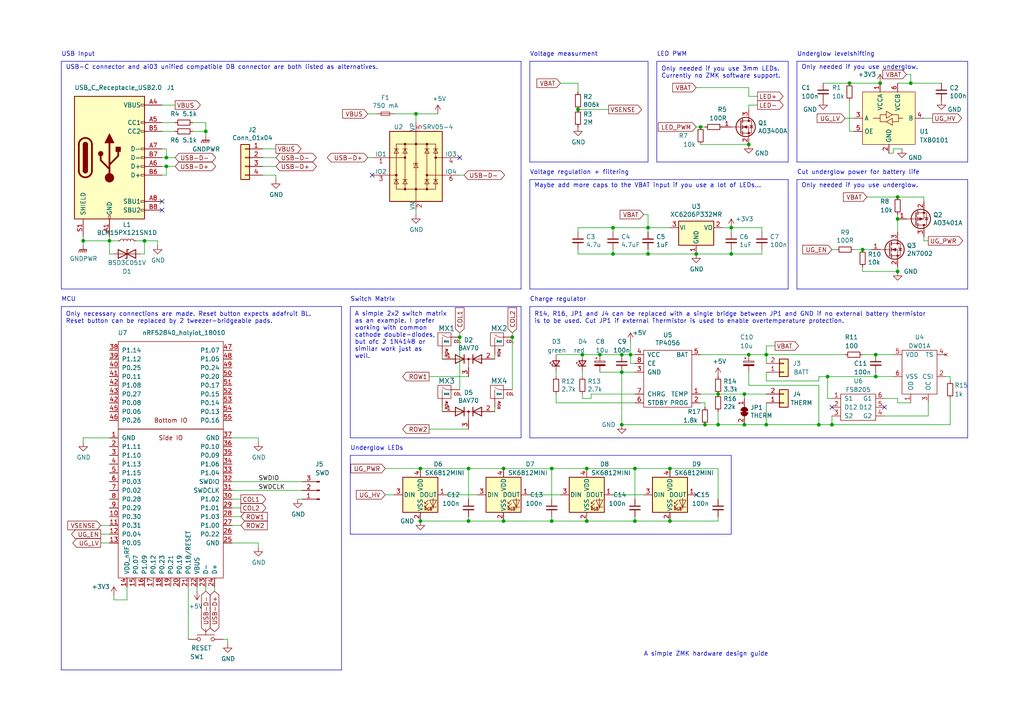
<source format=kicad_sch>
(kicad_sch (version 20211123) (generator eeschema)
  (paper "A4")
  (junction (at 31.75 69.85))
  (junction (at 59.69 38.1))
  (junction (at 160.02 135.89))
  (junction (at 182.88 102.87))
  (junction (at 177.8 73.66))
  (junction (at 173.99 102.87))
  (junction (at 260.35 78.74))
  (junction (at 212.09 73.66))
  (junction (at 208.28 123.19))
  (junction (at 208.28 114.3))
  (junction (at 203.2 36.83))
  (junction (at 180.34 107.95))
  (junction (at 135.89 135.89))
  (junction (at 215.9 123.19))
  (junction (at 215.9 114.3))
  (junction (at 260.35 63.5))
  (junction (at 201.93 73.66))
  (junction (at 187.96 73.66))
  (junction (at 146.05 151.13))
  (junction (at 135.89 151.13))
  (junction (at 148.59 97.79))
  (junction (at 121.92 151.13))
  (junction (at 246.38 24.13))
  (junction (at 255.27 24.13))
  (junction (at 240.03 109.22))
  (junction (at 250.19 72.39))
  (junction (at 241.3 123.19))
  (junction (at 167.64 31.75))
  (junction (at 222.25 123.19))
  (junction (at 194.31 135.89))
  (junction (at 120.65 33.02))
  (junction (at 222.25 102.87))
  (junction (at 168.91 102.87))
  (junction (at 217.17 41.91))
  (junction (at 24.13 69.85))
  (junction (at 194.31 151.13))
  (junction (at 133.35 97.79))
  (junction (at 48.26 45.72))
  (junction (at 237.49 123.19))
  (junction (at 204.47 123.19))
  (junction (at 160.02 151.13))
  (junction (at 184.15 151.13))
  (junction (at 212.09 66.04))
  (junction (at 170.18 151.13))
  (junction (at 184.15 135.89))
  (junction (at 180.34 102.87))
  (junction (at 264.16 24.13))
  (junction (at 180.34 123.19))
  (junction (at 254 102.87))
  (junction (at 41.91 69.85))
  (junction (at 48.26 48.26))
  (junction (at 217.17 102.87))
  (junction (at 260.35 57.15))
  (junction (at 187.96 66.04))
  (junction (at 177.8 66.04))
  (junction (at 254 109.22))
  (junction (at 170.18 135.89))
  (junction (at 146.05 135.89))
  (junction (at 121.92 135.89))
  (no_connect (at 46.99 60.96))
  (no_connect (at 133.35 45.72))
  (no_connect (at 201.93 143.51))
  (no_connect (at 256.54 118.11))
  (no_connect (at 107.95 50.8))
  (no_connect (at 241.3 118.11))
  (no_connect (at 46.99 58.42))
  (wire (pts (xy 173.99 102.87) (xy 180.34 102.87)))
  (wire (pts (xy 184.15 149.86) (xy 184.15 151.13)))
  (wire (pts (xy 177.8 73.66) (xy 187.96 73.66)))
  (wire (pts (xy 24.13 68.58) (xy 24.13 69.85)))
  (wire (pts (xy 217.17 111.76) (xy 237.49 111.76)))
  (wire (pts (xy 148.59 97.79) (xy 148.59 113.03)))
  (wire (pts (xy 256.54 120.65) (xy 269.24 120.65)))
  (wire (pts (xy 260.35 77.47) (xy 260.35 78.74)))
  (wire (pts (xy 74.93 128.27) (xy 74.93 127)))
  (wire (pts (xy 217.17 107.95) (xy 217.17 111.76)))
  (wire (pts (xy 59.69 39.37) (xy 59.69 38.1)))
  (polyline (pts (xy 153.67 52.07) (xy 228.6 52.07)) (stroke (width 0) (type solid)))
  (wire (pts (xy 182.88 105.41) (xy 182.88 102.87)))
  (wire (pts (xy 217.17 30.48) (xy 217.17 31.75)))
  (wire (pts (xy 259.08 44.45) (xy 257.81 44.45)))
  (wire (pts (xy 260.35 116.84) (xy 264.16 116.84)))
  (wire (pts (xy 46.99 35.56) (xy 50.8 35.56)))
  (wire (pts (xy 46.99 38.1) (xy 50.8 38.1)))
  (polyline (pts (xy 151.13 83.82) (xy 17.78 83.82)) (stroke (width 0) (type solid)))
  (wire (pts (xy 177.8 73.66) (xy 167.64 73.66)))
  (wire (pts (xy 74.93 158.75) (xy 74.93 157.48)))
  (wire (pts (xy 275.59 123.19) (xy 241.3 123.19)))
  (wire (pts (xy 246.38 24.13) (xy 255.27 24.13)))
  (polyline (pts (xy 187.96 46.99) (xy 153.67 46.99)) (stroke (width 0) (type solid)))
  (wire (pts (xy 24.13 69.85) (xy 24.13 71.12)))
  (polyline (pts (xy 231.14 52.07) (xy 231.14 83.82)) (stroke (width 0) (type solid)))
  (wire (pts (xy 161.29 116.84) (xy 184.15 116.84)))
  (wire (pts (xy 171.45 114.3) (xy 184.15 114.3)))
  (wire (pts (xy 203.2 102.87) (xy 217.17 102.87)))
  (wire (pts (xy 180.34 102.87) (xy 182.88 102.87)))
  (wire (pts (xy 87.63 142.24) (xy 67.31 142.24)))
  (polyline (pts (xy 212.09 132.08) (xy 212.09 154.94)) (stroke (width 0) (type solid)))
  (wire (pts (xy 69.85 149.86) (xy 67.31 149.86)))
  (wire (pts (xy 237.49 123.19) (xy 241.3 123.19)))
  (polyline (pts (xy 17.78 83.82) (xy 17.78 17.78)) (stroke (width 0) (type solid)))
  (wire (pts (xy 260.35 67.31) (xy 260.35 63.5)))
  (wire (pts (xy 254 107.95) (xy 254 109.22)))
  (wire (pts (xy 33.02 173.99) (xy 33.02 172.72)))
  (wire (pts (xy 76.2 50.8) (xy 80.01 50.8)))
  (polyline (pts (xy 151.13 17.78) (xy 151.13 83.82)) (stroke (width 0) (type solid)))
  (wire (pts (xy 275.59 110.49) (xy 275.59 109.22)))
  (polyline (pts (xy 153.67 52.07) (xy 153.67 83.82)) (stroke (width 0) (type solid)))
  (wire (pts (xy 246.38 24.13) (xy 238.76 24.13)))
  (wire (pts (xy 270.51 34.29) (xy 267.97 34.29)))
  (wire (pts (xy 135.89 151.13) (xy 146.05 151.13)))
  (wire (pts (xy 204.47 123.19) (xy 208.28 123.19)))
  (wire (pts (xy 40.64 73.66) (xy 41.91 73.66)))
  (wire (pts (xy 203.2 36.83) (xy 204.47 36.83)))
  (wire (pts (xy 222.25 102.87) (xy 245.11 102.87)))
  (wire (pts (xy 217.17 25.4) (xy 217.17 27.94)))
  (polyline (pts (xy 280.67 17.78) (xy 280.67 46.99)) (stroke (width 0) (type solid)))
  (wire (pts (xy 254 102.87) (xy 259.08 102.87)))
  (polyline (pts (xy 190.5 17.78) (xy 190.5 46.99)) (stroke (width 0) (type solid)))
  (wire (pts (xy 186.69 62.23) (xy 187.96 62.23)))
  (wire (pts (xy 215.9 115.57) (xy 215.9 114.3)))
  (wire (pts (xy 133.35 97.79) (xy 133.35 113.03)))
  (wire (pts (xy 168.91 115.57) (xy 171.45 115.57)))
  (polyline (pts (xy 99.06 194.31) (xy 99.06 88.9)) (stroke (width 0) (type solid)))
  (wire (pts (xy 208.28 151.13) (xy 208.28 149.86)))
  (wire (pts (xy 41.91 69.85) (xy 39.37 69.85)))
  (wire (pts (xy 129.54 143.51) (xy 138.43 143.51)))
  (wire (pts (xy 220.98 67.31) (xy 220.98 66.04)))
  (wire (pts (xy 173.99 107.95) (xy 180.34 107.95)))
  (polyline (pts (xy 17.78 194.31) (xy 99.06 194.31)) (stroke (width 0) (type solid)))
  (wire (pts (xy 120.65 33.02) (xy 120.65 35.56)))
  (wire (pts (xy 41.91 73.66) (xy 41.91 69.85)))
  (wire (pts (xy 146.05 151.13) (xy 160.02 151.13)))
  (wire (pts (xy 46.99 30.48) (xy 50.8 30.48)))
  (wire (pts (xy 67.31 139.7) (xy 87.63 139.7)))
  (wire (pts (xy 247.65 72.39) (xy 250.19 72.39)))
  (wire (pts (xy 134.62 50.8) (xy 133.35 50.8)))
  (wire (pts (xy 106.68 33.02) (xy 109.22 33.02)))
  (wire (pts (xy 241.3 72.39) (xy 242.57 72.39)))
  (wire (pts (xy 31.75 69.85) (xy 34.29 69.85)))
  (wire (pts (xy 275.59 109.22) (xy 274.32 109.22)))
  (wire (pts (xy 168.91 107.95) (xy 168.91 109.22)))
  (wire (pts (xy 168.91 114.3) (xy 168.91 115.57)))
  (wire (pts (xy 222.25 100.33) (xy 222.25 102.87)))
  (wire (pts (xy 251.46 57.15) (xy 260.35 57.15)))
  (wire (pts (xy 161.29 102.87) (xy 168.91 102.87)))
  (wire (pts (xy 212.09 67.31) (xy 212.09 66.04)))
  (polyline (pts (xy 212.09 154.94) (xy 101.6 154.94)) (stroke (width 0) (type solid)))
  (wire (pts (xy 33.02 73.66) (xy 31.75 73.66)))
  (wire (pts (xy 66.04 186.69) (xy 66.04 185.42)))
  (wire (pts (xy 161.29 114.3) (xy 161.29 116.84)))
  (wire (pts (xy 261.62 43.18) (xy 259.08 43.18)))
  (wire (pts (xy 254 109.22) (xy 259.08 109.22)))
  (wire (pts (xy 143.51 118.11) (xy 143.51 119.38)))
  (wire (pts (xy 160.02 135.89) (xy 170.18 135.89)))
  (wire (pts (xy 153.67 143.51) (xy 162.56 143.51)))
  (wire (pts (xy 212.09 73.66) (xy 220.98 73.66)))
  (wire (pts (xy 204.47 116.84) (xy 203.2 116.84)))
  (wire (pts (xy 135.89 149.86) (xy 135.89 151.13)))
  (polyline (pts (xy 101.6 88.9) (xy 101.6 127)) (stroke (width 0) (type solid)))
  (wire (pts (xy 167.64 66.04) (xy 177.8 66.04)))
  (wire (pts (xy 250.19 78.74) (xy 250.19 77.47)))
  (wire (pts (xy 260.35 24.13) (xy 264.16 24.13)))
  (wire (pts (xy 184.15 144.78) (xy 184.15 135.89)))
  (polyline (pts (xy 228.6 46.99) (xy 190.5 46.99)) (stroke (width 0) (type solid)))
  (wire (pts (xy 135.89 124.46) (xy 124.46 124.46)))
  (wire (pts (xy 146.05 135.89) (xy 160.02 135.89)))
  (wire (pts (xy 135.89 109.22) (xy 124.46 109.22)))
  (polyline (pts (xy 17.78 17.78) (xy 151.13 17.78)) (stroke (width 0) (type solid)))
  (wire (pts (xy 69.85 152.4) (xy 67.31 152.4)))
  (wire (pts (xy 160.02 149.86) (xy 160.02 151.13)))
  (wire (pts (xy 29.21 152.4) (xy 31.75 152.4)))
  (wire (pts (xy 201.93 36.83) (xy 203.2 36.83)))
  (wire (pts (xy 135.89 135.89) (xy 146.05 135.89)))
  (wire (pts (xy 194.31 151.13) (xy 208.28 151.13)))
  (wire (pts (xy 220.98 66.04) (xy 212.09 66.04)))
  (wire (pts (xy 204.47 118.11) (xy 204.47 116.84)))
  (wire (pts (xy 128.27 118.11) (xy 128.27 119.38)))
  (wire (pts (xy 215.9 123.19) (xy 222.25 123.19)))
  (polyline (pts (xy 231.14 83.82) (xy 280.67 83.82)) (stroke (width 0) (type solid)))
  (wire (pts (xy 177.8 66.04) (xy 187.96 66.04)))
  (wire (pts (xy 246.38 29.21) (xy 246.38 38.1)))
  (polyline (pts (xy 228.6 46.99) (xy 228.6 17.78)) (stroke (width 0) (type solid)))
  (wire (pts (xy 57.15 171.45) (xy 57.15 170.18)))
  (wire (pts (xy 177.8 72.39) (xy 177.8 73.66)))
  (wire (pts (xy 121.92 135.89) (xy 135.89 135.89)))
  (wire (pts (xy 111.76 143.51) (xy 114.3 143.51)))
  (wire (pts (xy 187.96 67.31) (xy 187.96 66.04)))
  (wire (pts (xy 260.35 62.23) (xy 260.35 63.5)))
  (wire (pts (xy 187.96 66.04) (xy 194.31 66.04)))
  (wire (pts (xy 184.15 151.13) (xy 194.31 151.13)))
  (wire (pts (xy 237.49 111.76) (xy 237.49 123.19)))
  (polyline (pts (xy 153.67 83.82) (xy 228.6 83.82)) (stroke (width 0) (type solid)))
  (wire (pts (xy 194.31 135.89) (xy 208.28 135.89)))
  (wire (pts (xy 36.83 173.99) (xy 36.83 170.18)))
  (wire (pts (xy 76.2 45.72) (xy 80.01 45.72)))
  (polyline (pts (xy 153.67 17.78) (xy 153.67 46.99)) (stroke (width 0) (type solid)))
  (wire (pts (xy 31.75 69.85) (xy 31.75 68.58)))
  (wire (pts (xy 33.02 173.99) (xy 36.83 173.99)))
  (wire (pts (xy 167.64 31.75) (xy 176.53 31.75)))
  (wire (pts (xy 241.3 120.65) (xy 241.3 123.19)))
  (wire (pts (xy 260.35 57.15) (xy 267.97 57.15)))
  (wire (pts (xy 209.55 66.04) (xy 212.09 66.04)))
  (wire (pts (xy 246.38 38.1) (xy 247.65 38.1)))
  (wire (pts (xy 275.59 115.57) (xy 275.59 123.19)))
  (wire (pts (xy 62.23 170.18) (xy 62.23 171.45)))
  (wire (pts (xy 74.93 157.48) (xy 67.31 157.48)))
  (wire (pts (xy 250.19 72.39) (xy 252.73 72.39)))
  (wire (pts (xy 184.15 135.89) (xy 194.31 135.89)))
  (wire (pts (xy 48.26 48.26) (xy 50.8 48.26)))
  (polyline (pts (xy 231.14 46.99) (xy 231.14 17.78)) (stroke (width 0) (type solid)))
  (wire (pts (xy 208.28 123.19) (xy 215.9 123.19)))
  (wire (pts (xy 240.03 109.22) (xy 240.03 115.57)))
  (polyline (pts (xy 99.06 88.9) (xy 17.78 88.9)) (stroke (width 0) (type solid)))
  (wire (pts (xy 187.96 73.66) (xy 201.93 73.66)))
  (wire (pts (xy 177.8 143.51) (xy 186.69 143.51)))
  (wire (pts (xy 180.34 107.95) (xy 184.15 107.95)))
  (wire (pts (xy 254 109.22) (xy 240.03 109.22)))
  (wire (pts (xy 267.97 69.85) (xy 267.97 68.58)))
  (polyline (pts (xy 280.67 83.82) (xy 280.67 52.07)) (stroke (width 0) (type solid)))
  (wire (pts (xy 245.11 34.29) (xy 247.65 34.29)))
  (polyline (pts (xy 231.14 52.07) (xy 280.67 52.07)) (stroke (width 0) (type solid)))
  (wire (pts (xy 76.2 43.18) (xy 80.01 43.18)))
  (wire (pts (xy 162.56 24.13) (xy 167.64 24.13)))
  (wire (pts (xy 237.49 109.22) (xy 240.03 109.22)))
  (wire (pts (xy 167.64 24.13) (xy 167.64 26.67)))
  (wire (pts (xy 171.45 115.57) (xy 171.45 114.3)))
  (wire (pts (xy 46.99 43.18) (xy 48.26 43.18)))
  (wire (pts (xy 59.69 170.18) (xy 59.69 171.45)))
  (wire (pts (xy 222.25 116.84) (xy 222.25 123.19)))
  (polyline (pts (xy 228.6 52.07) (xy 228.6 83.82)) (stroke (width 0) (type solid)))
  (wire (pts (xy 120.65 62.23) (xy 120.65 60.96)))
  (wire (pts (xy 208.28 144.78) (xy 208.28 135.89)))
  (wire (pts (xy 54.61 185.42) (xy 54.61 170.18)))
  (wire (pts (xy 46.99 50.8) (xy 48.26 50.8)))
  (wire (pts (xy 267.97 57.15) (xy 267.97 58.42)))
  (wire (pts (xy 180.34 107.95) (xy 180.34 123.19)))
  (wire (pts (xy 128.27 102.87) (xy 128.27 104.14)))
  (wire (pts (xy 264.16 21.59) (xy 262.89 21.59)))
  (polyline (pts (xy 101.6 132.08) (xy 212.09 132.08)) (stroke (width 0) (type solid)))
  (wire (pts (xy 76.2 48.26) (xy 80.01 48.26)))
  (wire (pts (xy 121.92 151.13) (xy 135.89 151.13)))
  (polyline (pts (xy 231.14 17.78) (xy 280.67 17.78)) (stroke (width 0) (type solid)))
  (wire (pts (xy 48.26 50.8) (xy 48.26 48.26)))
  (wire (pts (xy 45.72 69.85) (xy 41.91 69.85)))
  (wire (pts (xy 69.85 144.78) (xy 67.31 144.78)))
  (wire (pts (xy 50.8 45.72) (xy 48.26 45.72)))
  (wire (pts (xy 133.35 96.52) (xy 133.35 97.79)))
  (wire (pts (xy 120.65 33.02) (xy 127 33.02)))
  (wire (pts (xy 87.63 144.78) (xy 86.36 144.78)))
  (wire (pts (xy 203.2 41.91) (xy 217.17 41.91)))
  (wire (pts (xy 45.72 71.12) (xy 45.72 69.85)))
  (wire (pts (xy 69.85 147.32) (xy 67.31 147.32)))
  (wire (pts (xy 180.34 123.19) (xy 204.47 123.19)))
  (polyline (pts (xy 17.78 88.9) (xy 17.78 194.31)) (stroke (width 0) (type solid)))
  (wire (pts (xy 121.92 135.89) (xy 111.76 135.89)))
  (wire (pts (xy 160.02 151.13) (xy 170.18 151.13)))
  (polyline (pts (xy 153.67 127) (xy 280.67 127)) (stroke (width 0) (type solid)))
  (polyline (pts (xy 101.6 154.94) (xy 101.6 132.08)) (stroke (width 0) (type solid)))
  (wire (pts (xy 170.18 135.89) (xy 184.15 135.89)))
  (wire (pts (xy 182.88 102.87) (xy 184.15 102.87)))
  (wire (pts (xy 59.69 38.1) (xy 55.88 38.1)))
  (wire (pts (xy 74.93 127) (xy 67.31 127)))
  (wire (pts (xy 167.64 73.66) (xy 167.64 72.39)))
  (wire (pts (xy 201.93 73.66) (xy 212.09 73.66)))
  (wire (pts (xy 168.91 102.87) (xy 173.99 102.87)))
  (wire (pts (xy 31.75 73.66) (xy 31.75 69.85)))
  (polyline (pts (xy 153.67 88.9) (xy 280.67 88.9)) (stroke (width 0) (type solid)))
  (wire (pts (xy 114.3 33.02) (xy 120.65 33.02)))
  (wire (pts (xy 29.21 157.48) (xy 31.75 157.48)))
  (wire (pts (xy 240.03 115.57) (xy 241.3 115.57)))
  (wire (pts (xy 237.49 110.49) (xy 237.49 109.22)))
  (wire (pts (xy 107.95 45.72) (xy 106.68 45.72)))
  (wire (pts (xy 143.51 102.87) (xy 143.51 104.14)))
  (wire (pts (xy 148.59 96.52) (xy 148.59 97.79)))
  (wire (pts (xy 161.29 107.95) (xy 161.29 109.22)))
  (wire (pts (xy 203.2 114.3) (xy 208.28 114.3)))
  (wire (pts (xy 48.26 45.72) (xy 46.99 45.72)))
  (wire (pts (xy 222.25 110.49) (xy 237.49 110.49)))
  (wire (pts (xy 135.89 144.78) (xy 135.89 135.89)))
  (wire (pts (xy 222.25 107.95) (xy 222.25 110.49)))
  (polyline (pts (xy 280.67 46.99) (xy 231.14 46.99)) (stroke (width 0) (type solid)))
  (wire (pts (xy 259.08 43.18) (xy 259.08 44.45)))
  (wire (pts (xy 31.75 127) (xy 24.13 127)))
  (wire (pts (xy 187.96 62.23) (xy 187.96 66.04)))
  (wire (pts (xy 177.8 67.31) (xy 177.8 66.04)))
  (wire (pts (xy 212.09 72.39) (xy 212.09 73.66)))
  (polyline (pts (xy 151.13 88.9) (xy 151.13 127)) (stroke (width 0) (type solid)))
  (polyline (pts (xy 190.5 17.78) (xy 228.6 17.78)) (stroke (width 0) (type solid)))
  (wire (pts (xy 24.13 69.85) (xy 31.75 69.85)))
  (polyline (pts (xy 153.67 17.78) (xy 187.96 17.78)) (stroke (width 0) (type solid)))
  (wire (pts (xy 48.26 43.18) (xy 48.26 45.72)))
  (wire (pts (xy 217.17 30.48) (xy 219.71 30.48)))
  (wire (pts (xy 46.99 48.26) (xy 48.26 48.26)))
  (wire (pts (xy 29.21 154.94) (xy 31.75 154.94)))
  (wire (pts (xy 55.88 35.56) (xy 59.69 35.56)))
  (polyline (pts (xy 151.13 127) (xy 101.6 127)) (stroke (width 0) (type solid)))
  (wire (pts (xy 187.96 72.39) (xy 187.96 73.66)))
  (wire (pts (xy 170.18 151.13) (xy 184.15 151.13)))
  (wire (pts (xy 260.35 78.74) (xy 250.19 78.74)))
  (wire (pts (xy 220.98 73.66) (xy 220.98 72.39)))
  (wire (pts (xy 260.35 115.57) (xy 260.35 116.84)))
  (wire (pts (xy 224.79 100.33) (xy 222.25 100.33)))
  (wire (pts (xy 24.13 127) (xy 24.13 128.27)))
  (polyline (pts (xy 101.6 88.9) (xy 151.13 88.9)) (stroke (width 0) (type solid)))
  (wire (pts (xy 201.93 25.4) (xy 217.17 25.4)))
  (wire (pts (xy 208.28 114.3) (xy 215.9 114.3)))
  (polyline (pts (xy 187.96 17.78) (xy 187.96 46.99)) (stroke (width 0) (type solid)))
  (polyline (pts (xy 280.67 127) (xy 280.67 88.9)) (stroke (width 0) (type solid)))
  (wire (pts (xy 208.28 119.38) (xy 208.28 123.19)))
  (wire (pts (xy 250.19 102.87) (xy 254 102.87)))
  (polyline (pts (xy 153.67 88.9) (xy 153.67 127)) (stroke (width 0) (type solid)))
  (wire (pts (xy 59.69 35.56) (xy 59.69 38.1)))
  (wire (pts (xy 256.54 115.57) (xy 260.35 115.57)))
  (wire (pts (xy 182.88 99.06) (xy 182.88 102.87)))
  (wire (pts (xy 160.02 144.78) (xy 160.02 135.89)))
  (wire (pts (xy 167.64 67.31) (xy 167.64 66.04)))
  (wire (pts (xy 184.15 105.41) (xy 182.88 105.41)))
  (wire (pts (xy 215.9 114.3) (xy 222.25 114.3)))
  (wire (pts (xy 222.25 123.19) (xy 237.49 123.19)))
  (wire (pts (xy 217.17 102.87) (xy 222.25 102.87)))
  (wire (pts (xy 222.25 105.41) (xy 222.25 102.87)))
  (wire (pts (xy 269.24 69.85) (xy 267.97 69.85)))
  (wire (pts (xy 80.01 50.8) (xy 80.01 52.07)))
  (wire (pts (xy 66.04 185.42) (xy 64.77 185.42)))
  (wire (pts (xy 217.17 27.94) (xy 219.71 27.94)))
  (wire (pts (xy 269.24 120.65) (xy 269.24 116.84)))
  (wire (pts (xy 264.16 21.59) (xy 264.16 24.13)))
  (wire (pts (xy 264.16 24.13) (xy 273.05 24.13)))
  (text "Only needed if you use underglow." (at 232.41 20.32 0) (effects (font (size 1.27 1.27)) (justify left bottom)))
  (text "R14, R16, JP1 and J4 can be replaced with a single bridge between JP1 and GND if no external battery thermistor \nis to be used. Cut JP1 if external Thermistor is used to enable overtemperature protection." (at 154.94 93.98 0) (effects (font (size 1.27 1.27)) (justify left bottom)))
  (text "Only needed if you use 3mm LEDs.\nCurrently no ZMK software support." (at 191.77 22.86 0) (effects (font (size 1.27 1.27)) (justify left bottom)))
  (text "Only necessary connections are made. Reset button expects adafruit BL.\nReset button can be replaced by 2 tweezer-bridgeable pads." (at 19.05 93.98 0) (effects (font (size 1.27 1.27)) (justify left bottom)))
  (text "Underglow LEDs" (at 101.6 130.81 0) (effects (font (size 1.27 1.27)) (justify left bottom)))
  (text "Switch Matrix" (at 101.6 87.63 0) (effects (font (size 1.27 1.27)) (justify left bottom)))
  (text "LED PWM" (at 190.5 16.51 0) (effects (font (size 1.27 1.27)) (justify left bottom)))
  (text "USB Input" (at 17.78 16.51 0) (effects (font (size 1.27 1.27)) (justify left bottom)))
  (text "Charge regulator" (at 153.67 87.63 0) (effects (font (size 1.27 1.27)) (justify left bottom)))
  (text "A simple ZMK hardware design guide" (at 186.69 190.5 0) (effects (font (size 1.27 1.27)) (justify left bottom)))
  (text "Maybe add more caps to the VBAT input if you use a lot of LEDs..." (at 154.94 54.61 0) (effects (font (size 1.27 1.27)) (justify left bottom)))
  (text "MCU" (at 17.78 87.63 0) (effects (font (size 1.27 1.27)) (justify left bottom)))
  (text "A simple 2x2 switch matrix \nas an example. I prefer \nworking with common \ncathode double-diodes, \nbut ofc 2 1N4148 or \nsimilar work just as \nwell." (at 102.87 104.14 0) (effects (font (size 1.27 1.27)) (justify left bottom)))
  (text "Cut underglow power for battery life" (at 231.14 50.8 0) (effects (font (size 1.27 1.27)) (justify left bottom)))
  (text "USB-C connector and ai03 unified compatible DB connector are both listed as alternatives." (at 19.05 20.32 0) (effects (font (size 1.27 1.27)) (justify left bottom)))
  (text "Underglow levelshifting" (at 231.14 16.51 0) (effects (font (size 1.27 1.27)) (justify left bottom)))
  (text "Voltage regulation + filtering" (at 153.67 50.8 0) (effects (font (size 1.27 1.27)) (justify left bottom)))
  (text "Voltage measurment" (at 153.67 16.51 0) (effects (font (size 1.27 1.27)) (justify left bottom)))
  (text "Only needed if you use underglow." (at 232.41 54.61 0) (effects (font (size 1.27 1.27)) (justify left bottom)))
  (label "SWDIO" (at 74.93 139.7 0))
  (label "SWDCLK" (at 74.93 142.24 0))
  (global_label "UG_HV" (shape output) (at 270.51 34.29 0) (property "Intersheet References" "${INTERSHEET_REFS}" (effects hide)))
  (global_label "VSENSE" (shape output) (at 176.53 31.75 0) (property "Intersheet References" "${INTERSHEET_REFS}" (effects hide)))
  (global_label "COL1" (shape input) (at 133.35 96.52 90) (property "Intersheet References" "${INTERSHEET_REFS}" (effects hide)))
  (global_label "USB-D+" (shape bidirectional) (at 80.01 48.26 0) (property "Intersheet References" "${INTERSHEET_REFS}" (effects hide)))
  (global_label "LED_PWM" (shape input) (at 201.93 36.83 180) (property "Intersheet References" "${INTERSHEET_REFS}" (effects hide)))
  (global_label "VBAT" (shape input) (at 262.89 21.59 180) (property "Intersheet References" "${INTERSHEET_REFS}" (effects hide)))
  (global_label "USB-D+" (shape bidirectional) (at 50.8 48.26 0) (property "Intersheet References" "${INTERSHEET_REFS}" (effects hide)))
  (global_label "LED-" (shape output) (at 219.71 30.48 0) (property "Intersheet References" "${INTERSHEET_REFS}" (effects hide)))
  (global_label "USB-D+" (shape bidirectional) (at 106.68 45.72 180) (property "Intersheet References" "${INTERSHEET_REFS}" (effects hide)))
  (global_label "LED+" (shape output) (at 219.71 27.94 0) (property "Intersheet References" "${INTERSHEET_REFS}" (effects hide)))
  (global_label "USB-D-" (shape bidirectional) (at 134.62 50.8 0) (property "Intersheet References" "${INTERSHEET_REFS}" (effects hide)))
  (global_label "VSENSE" (shape input) (at 29.21 152.4 180) (property "Intersheet References" "${INTERSHEET_REFS}" (effects hide)))
  (global_label "COL2" (shape output) (at 69.85 147.32 0) (property "Intersheet References" "${INTERSHEET_REFS}" (effects hide)))
  (global_label "UG_PWR" (shape input) (at 111.76 135.89 180) (property "Intersheet References" "${INTERSHEET_REFS}" (effects hide)))
  (global_label "VBAT" (shape input) (at 162.56 24.13 180) (property "Intersheet References" "${INTERSHEET_REFS}" (effects hide)))
  (global_label "ROW1" (shape input) (at 69.85 149.86 0) (property "Intersheet References" "${INTERSHEET_REFS}" (effects hide)))
  (global_label "VBUS" (shape input) (at 106.68 33.02 180) (property "Intersheet References" "${INTERSHEET_REFS}" (effects hide)))
  (global_label "USB-D-" (shape bidirectional) (at 50.8 45.72 0) (property "Intersheet References" "${INTERSHEET_REFS}" (effects hide)))
  (global_label "USB-D-" (shape bidirectional) (at 59.69 171.45 270) (property "Intersheet References" "${INTERSHEET_REFS}" (effects hide)))
  (global_label "USB-D+" (shape bidirectional) (at 62.23 171.45 270) (property "Intersheet References" "${INTERSHEET_REFS}" (effects hide)))
  (global_label "VBUS" (shape output) (at 80.01 43.18 0) (property "Intersheet References" "${INTERSHEET_REFS}" (effects hide)))
  (global_label "UG_HV" (shape input) (at 111.76 143.51 180) (property "Intersheet References" "${INTERSHEET_REFS}" (effects hide)))
  (global_label "VBAT" (shape input) (at 186.69 62.23 180) (property "Intersheet References" "${INTERSHEET_REFS}" (effects hide)))
  (global_label "UG_EN" (shape output) (at 29.21 154.94 180) (property "Intersheet References" "${INTERSHEET_REFS}" (effects hide)))
  (global_label "UG_LV" (shape output) (at 29.21 157.48 180) (property "Intersheet References" "${INTERSHEET_REFS}" (effects hide)))
  (global_label "ROW2" (shape input) (at 69.85 152.4 0) (property "Intersheet References" "${INTERSHEET_REFS}" (effects hide)))
  (global_label "ROW2" (shape output) (at 124.46 124.46 180) (property "Intersheet References" "${INTERSHEET_REFS}" (effects hide)))
  (global_label "COL1" (shape output) (at 69.85 144.78 0) (property "Intersheet References" "${INTERSHEET_REFS}" (effects hide)))
  (global_label "USB-D-" (shape bidirectional) (at 80.01 45.72 0) (property "Intersheet References" "${INTERSHEET_REFS}" (effects hide)))
  (global_label "UG_EN" (shape input) (at 241.3 72.39 180) (property "Intersheet References" "${INTERSHEET_REFS}" (effects hide)))
  (global_label "VBAT" (shape input) (at 251.46 57.15 180) (property "Intersheet References" "${INTERSHEET_REFS}" (effects hide)))
  (global_label "UG_LV" (shape input) (at 245.11 34.29 180) (property "Intersheet References" "${INTERSHEET_REFS}" (effects hide)))
  (global_label "UG_PWR" (shape output) (at 269.24 69.85 0) (property "Intersheet References" "${INTERSHEET_REFS}" (effects hide)))
  (global_label "ROW1" (shape output) (at 124.46 109.22 180) (property "Intersheet References" "${INTERSHEET_REFS}" (effects hide)))
  (global_label "VBUS" (shape output) (at 50.8 30.48 0) (property "Intersheet References" "${INTERSHEET_REFS}" (effects hide)))
  (global_label "COL2" (shape input) (at 148.59 96.52 90) (property "Intersheet References" "${INTERSHEET_REFS}" (effects hide)))
  (global_label "VBAT" (shape input) (at 201.93 25.4 180) (property "Intersheet References" "${INTERSHEET_REFS}" (effects hide)))
  (global_label "VBAT" (shape output) (at 224.79 100.33 0) (property "Intersheet References" "${INTERSHEET_REFS}" (effects hide)))
  (symbol (lib_id "power:+3.3V") (at 212.09 66.04 0) (unit 1)
    (property "Reference" "#PWR011" (effects hide))
    (property "Value" "+3.3V" (at 215.9 63.5 0))
  )
  (symbol (lib_id "power:GND") (at 201.93 73.66 0) (unit 1)
    (property "Reference" "#PWR014" (effects hide))
    (property "Value" "GND" (at 202.057 78.0542 0))
  )
  (symbol (lib_id "kicad-keyboard-parts:XC6206PxxxMR-Regulator_Linear") (at 201.93 66.04 0) (unit 1)
    (property "Reference" "U3" (at 201.93 59.8932 0))
    (property "Value" "XC6206P332MR" (at 201.93 62.2046 0))
    (property "Footprint" "Package_TO_SOT_SMD:SOT-23" (effects hide))
    (property "Datasheet" "https://www.torexsemi.com/file/xc6206/XC6206.pdf" (effects hide))
    (property "LCSC" "C5446" (effects hide))
  )
  (symbol (lib_id "Device:C_Small") (at 187.96 69.85 0) (unit 1)
    (property "Reference" "C5" (at 190.2968 68.6816 0) (effects (justify left)))
    (property "Value" "1uF" (at 190.2968 70.993 0) (effects (justify left)))
    (property "Footprint" "Capacitor_SMD:C_0603_1608Metric_Pad1.05x0.95mm_HandSolder" (effects hide))
    (property "LCSC" "C52923" (effects hide))
  )
  (symbol (lib_id "Device:C_Small") (at 212.09 69.85 0) (unit 1)
    (property "Reference" "C6" (at 214.4268 68.6816 0) (effects (justify left)))
    (property "Value" "1uF" (at 214.4268 70.993 0) (effects (justify left)))
    (property "Footprint" "Capacitor_SMD:C_0603_1608Metric_Pad1.05x0.95mm_HandSolder" (effects hide))
    (property "LCSC" "C52923" (effects hide))
  )
  (symbol (lib_id "Device:R_Small") (at 207.01 36.83 90) (mirror x) (unit 1)
    (property "Reference" "R5" (at 210.82 31.75 90) (effects (justify left)))
    (property "Value" "100R" (at 210.82 34.29 90) (effects (justify left)))
    (property "Footprint" "Resistor_SMD:R_0603_1608Metric_Pad1.05x0.95mm_HandSolder" (effects hide))
    (property "LCSC" "C25076" (effects hide))
  )
  (symbol (lib_id "Device:Q_NMOS_GSD") (at 214.63 36.83 0) (unit 1)
    (property "Reference" "Q1" (at 219.837 35.6616 0) (effects (justify left)))
    (property "Value" "AO3400A" (at 219.837 37.973 0) (effects (justify left)))
    (property "Footprint" "Package_TO_SOT_SMD:SOT-23" (effects hide))
    (property "Datasheet" "https://datasheet.lcsc.com/szlcsc/Alpha-Omega-Semicon-AOS-AO3400A_C20917.pdf" (effects hide))
    (property "LCSC" "C20917" (effects hide))
  )
  (symbol (lib_id "power:GND") (at 217.17 41.91 0) (unit 1)
    (property "Reference" "#PWR07" (effects hide))
    (property "Value" "GND" (at 220.98 44.45 0))
  )
  (symbol (lib_id "Device:C_Small") (at 177.8 69.85 0) (unit 1)
    (property "Reference" "C4" (at 180.1368 68.6816 0) (effects (justify left)))
    (property "Value" "4.7uF" (at 180.1368 70.993 0) (effects (justify left)))
    (property "Footprint" "Capacitor_SMD:C_0603_1608Metric_Pad1.05x0.95mm_HandSolder" (effects hide))
    (property "LCSC" "C23733" (effects hide))
  )
  (symbol (lib_id "Device:C_Small") (at 167.64 69.85 0) (unit 1)
    (property "Reference" "C3" (at 169.9768 68.6816 0) (effects (justify left)))
    (property "Value" "4.7u" (at 169.9768 70.993 0) (effects (justify left)))
    (property "Footprint" "Capacitor_SMD:C_0603_1608Metric_Pad1.05x0.95mm_HandSolder" (effects hide))
    (property "LCSC" "C7171" (effects hide))
  )
  (symbol (lib_id "kicad-keyboard-parts:nRF52840_holyiot_18010") (at 49.53 133.35 0) (unit 1)
    (property "Reference" "U7" (at 35.56 96.52 0))
    (property "Value" "nRF52840_holyiot_18010" (at 53.34 96.52 0))
    (property "Footprint" "kicad-keyboard-parts:nRF52840_holyiot_18010" (effects hide))
    (property "Datasheet" "http://www.holyiot.com/tp/2019042516322180424.pdf" (effects hide))
  )
  (symbol (lib_id "kicad-keyboard-parts:TXB0101") (at 257.81 36.83 0) (unit 1)
    (property "Reference" "U1" (at 266.7 38.1 0) (effects (justify left)))
    (property "Value" "TXB0101" (at 266.7 40.64 0) (effects (justify left)))
    (property "Footprint" "Package_TO_SOT_SMD:SOT-363_SC-70-6" (effects hide))
    (property "Datasheet" "https://datasheet.lcsc.com/szlcsc/Texas-Instruments-TI-TXB0101DCKR_C324081.pdf" (effects hide))
    (property "LCSC" "C324081" (effects hide))
  )
  (symbol (lib_id "power:GND") (at 24.13 128.27 0) (unit 1)
    (property "Reference" "#PWR019" (effects hide))
    (property "Value" "GND" (at 24.257 132.6642 0))
  )
  (symbol (lib_id "power:+3.3V") (at 255.27 24.13 0) (unit 1)
    (property "Reference" "#PWR01" (effects hide))
    (property "Value" "+3.3V" (at 251.46 21.59 0))
  )
  (symbol (lib_id "power:GND") (at 261.62 43.18 0) (unit 1)
    (property "Reference" "#PWR08" (effects hide))
    (property "Value" "GND" (at 265.43 45.72 0))
  )
  (symbol (lib_id "power:GND") (at 86.36 144.78 0) (unit 1)
    (property "Reference" "#PWR021" (effects hide))
    (property "Value" "GND" (at 86.487 149.1742 0))
  )
  (symbol (lib_id "power:+3.3V") (at 33.02 172.72 0) (unit 1)
    (property "Reference" "#PWR025" (effects hide))
    (property "Value" "+3.3V" (at 29.21 170.18 0))
  )
  (symbol (lib_id "Device:R_Small") (at 246.38 26.67 180) (unit 1)
    (property "Reference" "R1" (at 241.3 25.4 0) (effects (justify right)))
    (property "Value" "10k" (at 241.3 27.94 0) (effects (justify right)))
    (property "Footprint" "Resistor_SMD:R_0603_1608Metric_Pad1.05x0.95mm_HandSolder" (effects hide))
  )
  (symbol (lib_id "Device:C_Small") (at 238.76 26.67 0) (unit 1)
    (property "Reference" "C1" (at 232.41 25.4 0) (effects (justify left)))
    (property "Value" "100n" (at 232.41 27.94 0) (effects (justify left)))
    (property "Footprint" "Capacitor_SMD:C_0603_1608Metric_Pad1.05x0.95mm_HandSolder" (effects hide))
  )
  (symbol (lib_id "Device:C_Small") (at 273.05 26.67 0) (unit 1)
    (property "Reference" "C2" (at 275.3868 25.5016 0) (effects (justify left)))
    (property "Value" "100n" (at 275.3868 27.813 0) (effects (justify left)))
    (property "Footprint" "Capacitor_SMD:C_0603_1608Metric_Pad1.05x0.95mm_HandSolder" (effects hide))
  )
  (symbol (lib_id "power:GND") (at 273.05 29.21 0) (unit 1)
    (property "Reference" "#PWR03" (effects hide))
    (property "Value" "GND" (at 276.86 31.75 0))
  )
  (symbol (lib_id "power:GND") (at 238.76 29.21 0) (unit 1)
    (property "Reference" "#PWR02" (effects hide))
    (property "Value" "GND" (at 234.95 31.75 0))
  )
  (symbol (lib_id "Device:R_Small") (at 203.2 39.37 0) (unit 1)
    (property "Reference" "R7" (at 196.85 39.37 0) (effects (justify left)))
    (property "Value" "10k" (at 198.12 41.91 0) (effects (justify left)))
    (property "Footprint" "Resistor_SMD:R_0603_1608Metric_Pad1.05x0.95mm_HandSolder" (effects hide))
    (property "LCSC" "C25744" (effects hide))
  )
  (symbol (lib_id "Connector:Conn_01x03_Male") (at 92.71 142.24 180) (unit 1)
    (property "Reference" "J5" (at 91.44 134.62 0) (effects (justify right)))
    (property "Value" "SWD" (at 91.44 137.16 0) (effects (justify right)))
    (property "Footprint" "Connector_PinHeader_2.54mm:PinHeader_1x03_P2.54mm_Vertical" (effects hide))
  )
  (symbol (lib_id "Transistor_FET:2N7002") (at 257.81 72.39 0) (unit 1)
    (property "Reference" "Q3" (at 262.9916 71.2216 0) (effects (justify left)))
    (property "Value" "2N7002" (at 262.9916 73.533 0) (effects (justify left)))
    (property "Footprint" "Package_TO_SOT_SMD:SOT-23" (effects hide))
    (property "Datasheet" "https://www.onsemi.com/pub/Collateral/NDS7002A-D.PDF" (effects hide))
  )
  (symbol (lib_id "Transistor_FET:AO3401A") (at 265.43 63.5 0) (mirror x) (unit 1)
    (property "Reference" "Q2" (at 270.637 62.3316 0) (effects (justify left)))
    (property "Value" "AO3401A" (at 270.637 64.643 0) (effects (justify left)))
    (property "Footprint" "Package_TO_SOT_SMD:SOT-23" (effects hide))
    (property "Datasheet" "http://www.aosmd.com/pdfs/datasheet/AO3401A.pdf" (effects hide))
  )
  (symbol (lib_id "Device:R_Small") (at 260.35 59.69 180) (unit 1)
    (property "Reference" "R8" (at 255.27 58.42 0) (effects (justify right)))
    (property "Value" "10k" (at 255.27 60.96 0) (effects (justify right)))
    (property "Footprint" "Resistor_SMD:R_0603_1608Metric_Pad1.05x0.95mm_HandSolder" (effects hide))
  )
  (symbol (lib_id "Device:R_Small") (at 250.19 74.93 0) (unit 1)
    (property "Reference" "R10" (at 251.6886 73.7616 0) (effects (justify left)))
    (property "Value" "10k" (at 251.6886 76.073 0) (effects (justify left)))
    (property "Footprint" "Resistor_SMD:R_0603_1608Metric_Pad1.05x0.95mm_HandSolder" (effects hide))
  )
  (symbol (lib_id "Device:R_Small") (at 245.11 72.39 270) (unit 1)
    (property "Reference" "R9" (at 245.11 67.4116 90))
    (property "Value" "100R" (at 245.11 69.723 90))
    (property "Footprint" "Resistor_SMD:R_0603_1608Metric_Pad1.05x0.95mm_HandSolder" (effects hide))
  )
  (symbol (lib_id "power:GND") (at 260.35 78.74 0) (unit 1)
    (property "Reference" "#PWR015" (effects hide))
    (property "Value" "GND" (at 264.16 78.74 0))
  )
  (symbol (lib_id "Device:R_Small") (at 167.64 34.29 0) (unit 1)
    (property "Reference" "R3" (at 169.1386 33.1216 0) (effects (justify left)))
    (property "Value" "2M" (at 169.1386 35.433 0) (effects (justify left)))
    (property "Footprint" "Resistor_SMD:R_0603_1608Metric_Pad1.05x0.95mm_HandSolder" (effects hide))
  )
  (symbol (lib_id "Device:R_Small") (at 167.64 29.21 0) (unit 1)
    (property "Reference" "R2" (at 169.1386 28.0416 0) (effects (justify left)))
    (property "Value" "806k" (at 169.1386 30.353 0) (effects (justify left)))
    (property "Footprint" "Resistor_SMD:R_0603_1608Metric_Pad1.05x0.95mm_HandSolder" (effects hide))
  )
  (symbol (lib_id "power:GND") (at 167.64 36.83 0) (unit 1)
    (property "Reference" "#PWR05" (effects hide))
    (property "Value" "GND" (at 167.767 41.2242 0))
  )
  (symbol (lib_id "Device:C_Small") (at 220.98 69.85 0) (unit 1)
    (property "Reference" "C7" (at 223.3168 68.6816 0) (effects (justify left)))
    (property "Value" "100n" (at 223.3168 70.993 0) (effects (justify left)))
    (property "Footprint" "Capacitor_SMD:C_0603_1608Metric_Pad1.05x0.95mm_HandSolder" (effects hide))
    (property "LCSC" "C52923" (effects hide))
  )
  (symbol (lib_id "Connector:USB_C_Receptacle_USB2.0") (at 31.75 45.72 0) (unit 1)
    (property "Reference" "J1" (at 49.53 25.4 0))
    (property "Value" "USB_C_Receptacle_USB2.0" (at 34.29 25.4 0))
    (property "Footprint" "Connector_USB:USB_C_Receptacle_HRO_TYPE-C-31-M-12" (effects hide))
    (property "Datasheet" "https://www.usb.org/sites/default/files/documents/usb_type-c.zip" (effects hide))
  )
  (symbol (lib_id "Device:R_Small") (at 53.34 35.56 90) (mirror x) (unit 1)
    (property "Reference" "R4" (at 52.07 33.02 90) (effects (justify left)))
    (property "Value" "5.1k" (at 57.15 33.02 90) (effects (justify left)))
    (property "Footprint" "Resistor_SMD:R_0603_1608Metric_Pad1.05x0.95mm_HandSolder" (effects hide))
    (property "LCSC" "C25076" (effects hide))
  )
  (symbol (lib_id "Device:R_Small") (at 53.34 38.1 90) (mirror x) (unit 1)
    (property "Reference" "R6" (at 52.07 40.64 90) (effects (justify left)))
    (property "Value" "5.1k" (at 57.15 40.64 90) (effects (justify left)))
    (property "Footprint" "Resistor_SMD:R_0603_1608Metric_Pad1.05x0.95mm_HandSolder" (effects hide))
    (property "LCSC" "C25076" (effects hide))
  )
  (symbol (lib_id "power:GNDPWR") (at 59.69 39.37 0) (unit 1)
    (property "Reference" "#PWR06" (effects hide))
    (property "Value" "GNDPWR" (at 59.7916 43.2816 0))
  )
  (symbol (lib_id "power:GNDPWR") (at 24.13 71.12 0) (unit 1)
    (property "Reference" "#PWR012" (effects hide))
    (property "Value" "GNDPWR" (at 24.2316 75.0316 0))
  )
  (symbol (lib_id "Device:L_Small") (at 36.83 69.85 90) (unit 1)
    (property "Reference" "L1" (at 36.83 65.151 90))
    (property "Value" "BLM15PX121SN1D" (at 36.83 67.4624 90))
    (property "Footprint" "Inductor_SMD:L_0402_1005Metric" (effects hide))
    (property "LCSC" "C88970" (effects hide))
  )
  (symbol (lib_id "Device:D_TVS") (at 36.83 73.66 0) (unit 1)
    (property "Reference" "D1" (at 36.83 78.74 0))
    (property "Value" "BSD3C051V" (at 36.83 76.2 0))
    (property "Footprint" "Diode_SMD:D_SOD-323" (effects hide))
    (property "LCSC" "C151996" (effects hide))
  )
  (symbol (lib_id "power:GND") (at 45.72 71.12 0) (unit 1)
    (property "Reference" "#PWR013" (effects hide))
    (property "Value" "GND" (at 45.847 75.5142 0))
  )
  (symbol (lib_id "Connector_Generic:Conn_01x04") (at 71.12 45.72 0) (mirror y) (unit 1)
    (property "Reference" "J2" (at 73.2028 37.6682 0))
    (property "Value" "Conn_01x04" (at 73.2028 39.9796 0))
    (property "Footprint" "Connector_JST:JST_SH_SM04B-SRSS-TB_1x04-1MP_P1.00mm_Horizontal" (effects hide))
  )
  (symbol (lib_id "power:GND") (at 80.01 52.07 0) (unit 1)
    (property "Reference" "#PWR09" (effects hide))
    (property "Value" "GND" (at 80.137 56.4642 0))
  )
  (symbol (lib_id "Power_Protection:SRV05-4") (at 120.65 48.26 0) (unit 1)
    (property "Reference" "U2" (at 115.57 36.83 0))
    (property "Value" "SRV05-4" (at 127 36.83 0))
    (property "Footprint" "Package_TO_SOT_SMD:SOT-23-6" (effects hide))
    (property "Datasheet" "http://www.onsemi.com/pub/Collateral/SRV05-4-D.PDF" (effects hide))
  )
  (symbol (lib_id "Device:Fuse_Small") (at 111.76 33.02 0) (unit 1)
    (property "Reference" "F1" (at 111.76 28.321 0))
    (property "Value" "750 mA" (at 111.76 30.6324 0))
    (property "Footprint" "Fuse:Fuse_0603_1608Metric" (effects hide))
    (property "LCSC" "C20792" (effects hide))
  )
  (symbol (lib_id "power:+5V") (at 57.15 171.45 180) (unit 1)
    (property "Reference" "#PWR024" (effects hide))
    (property "Value" "+5V" (at 56.769 175.8442 0))
  )
  (symbol (lib_id "power:+5V") (at 127 33.02 0) (unit 1)
    (property "Reference" "#PWR04" (effects hide))
    (property "Value" "+5V" (at 127.381 28.6258 0))
  )
  (symbol (lib_id "power:GND") (at 120.65 62.23 0) (unit 1)
    (property "Reference" "#PWR010" (effects hide))
    (property "Value" "GND" (at 120.777 66.6242 0))
  )
  (symbol (lib_id "Switch:SW_Push") (at 59.69 185.42 0) (unit 1)
    (property "Reference" "SW1" (at 57.15 190.5 0))
    (property "Value" "RESET" (at 58.42 187.96 0))
    (property "Footprint" "Button_Switch_SMD:SW_SPST_SKQG_WithStem" (effects hide))
  )
  (symbol (lib_id "power:GND") (at 66.04 186.69 0) (unit 1)
    (property "Reference" "#PWR026" (effects hide))
    (property "Value" "GND" (at 66.167 191.0842 0))
  )
  (symbol (lib_id "power:GND") (at 74.93 128.27 0) (unit 1)
    (property "Reference" "#PWR020" (effects hide))
    (property "Value" "GND" (at 75.057 132.6642 0))
  )
  (symbol (lib_id "power:GND") (at 74.93 158.75 0) (unit 1)
    (property "Reference" "#PWR023" (effects hide))
    (property "Value" "GND" (at 75.057 163.1442 0))
  )
  (symbol (lib_id "kicad-keyboard-parts:TP4056") (at 194.31 109.22 0) (unit 1)
    (property "Reference" "U5" (at 193.675 97.155 0))
    (property "Value" "TP4056" (at 193.675 99.4664 0))
    (property "Footprint" "Package_SO:SOP-8-1EP_4.57x4.57mm_P1.27mm_EP4.57x4.45mm" (effects hide))
    (property "Datasheet" "https://datasheet.lcsc.com/szlcsc/1906261508_Nanjing-Extension-Microelectronics-TP4056-42-ESOP8_C16581.pdf" (effects hide))
    (property "LCSC" "C16581" (effects hide))
  )
  (symbol (lib_id "Device:LED_Small") (at 161.29 105.41 90) (unit 1)
    (property "Reference" "D3" (at 160.02 99.06 90) (effects (justify right)))
    (property "Value" "green" (at 158.75 101.6 90) (effects (justify right)))
  )
  (symbol (lib_id "Device:LED_Small") (at 168.91 105.41 90) (unit 1)
    (property "Reference" "D4" (at 167.64 99.06 90) (effects (justify right)))
    (property "Value" "red" (at 166.37 101.6 90) (effects (justify right)))
  )
  (symbol (lib_id "Device:R_Small") (at 161.29 111.76 0) (unit 1)
    (property "Reference" "R12" (at 162.7886 110.5916 0) (effects (justify left)))
    (property "Value" "2.7k" (at 162.7886 112.903 0) (effects (justify left)))
    (property "Footprint" "Resistor_SMD:R_0603_1608Metric_Pad1.05x0.95mm_HandSolder" (effects hide))
  )
  (symbol (lib_id "Device:R_Small") (at 168.91 111.76 0) (unit 1)
    (property "Reference" "R13" (at 170.4086 110.5916 0) (effects (justify left)))
    (property "Value" "2.7k" (at 170.4086 112.903 0) (effects (justify left)))
    (property "Footprint" "Resistor_SMD:R_0603_1608Metric_Pad1.05x0.95mm_HandSolder" (effects hide))
  )
  (symbol (lib_id "Device:CP_Small") (at 173.99 105.41 0) (unit 1)
    (property "Reference" "C8" (at 172.72 99.06 0) (effects (justify left)))
    (property "Value" "10u" (at 172.72 101.6 0) (effects (justify left)))
    (property "Footprint" "Capacitor_Tantalum_SMD:CP_EIA-3216-18_Kemet-A" (effects hide))
    (property "LCSC" "C7171" (effects hide))
  )
  (symbol (lib_id "Device:C_Small") (at 180.34 105.41 0) (unit 1)
    (property "Reference" "C9" (at 179.07 99.06 0) (effects (justify left)))
    (property "Value" "100n" (at 177.8 101.6 0) (effects (justify left)))
    (property "Footprint" "Capacitor_SMD:C_0603_1608Metric" (effects hide))
    (property "LCSC" "C14663" (effects hide))
  )
  (symbol (lib_id "Device:R_Small") (at 204.47 120.65 0) (unit 1)
    (property "Reference" "R17" (at 199.39 119.38 0) (effects (justify left)))
    (property "Value" "1.8k" (at 198.12 121.92 0) (effects (justify left)))
    (property "Footprint" "Resistor_SMD:R_0603_1608Metric_Pad1.05x0.95mm_HandSolder" (effects hide))
  )
  (symbol (lib_id "power:+5V") (at 182.88 99.06 0) (unit 1)
    (property "Reference" "#PWR016" (effects hide))
    (property "Value" "+5V" (at 185.42 96.52 0))
  )
  (symbol (lib_id "Device:CP_Small") (at 217.17 105.41 0) (unit 1)
    (property "Reference" "C10" (at 214.63 97.79 0) (effects (justify left)))
    (property "Value" "10u" (at 214.63 100.33 0) (effects (justify left)))
    (property "Footprint" "Capacitor_Tantalum_SMD:CP_EIA-3216-18_Kemet-A" (effects hide))
    (property "LCSC" "C7171" (effects hide))
  )
  (symbol (lib_id "Connector_Generic:Conn_01x02") (at 227.33 107.95 0) (mirror x) (unit 1)
    (property "Reference" "J3" (at 231.14 105.41 0))
    (property "Value" "BATT" (at 232.41 107.95 0))
    (property "Footprint" "Connector_JST:JST_SH_SM02B-SRSS-TB_1x02-1MP_P1.00mm_Horizontal" (effects hide))
  )
  (symbol (lib_id "Device:R_Small") (at 247.65 102.87 90) (unit 1)
    (property "Reference" "R11" (at 248.92 97.79 90) (effects (justify left)))
    (property "Value" "100" (at 248.92 100.33 90) (effects (justify left)))
    (property "Footprint" "Resistor_SMD:R_0603_1608Metric_Pad1.05x0.95mm_HandSolder" (effects hide))
  )
  (symbol (lib_id "kicad-keyboard-parts:DW01A") (at 266.7 107.95 0) (unit 1)
    (property "Reference" "U4" (at 266.7 97.79 0))
    (property "Value" "DW01A" (at 266.7 100.33 0))
    (property "Footprint" "Package_TO_SOT_SMD:SOT-23-6" (effects hide))
    (property "Datasheet" "https://datasheet.lcsc.com/szlcsc/Fortune-Semicon-DW01A-G_C61503.pdf" (effects hide))
    (property "LCSC" "C61503" (effects hide))
  )
  (symbol (lib_id "Device:C_Small") (at 254 105.41 0) (unit 1)
    (property "Reference" "C11" (at 247.65 105.41 0) (effects (justify left)))
    (property "Value" "100n" (at 247.65 107.95 0) (effects (justify left)))
    (property "Footprint" "Capacitor_SMD:C_0603_1608Metric" (effects hide))
    (property "LCSC" "C14663" (effects hide))
  )
  (symbol (lib_id "Device:R_Small") (at 275.59 113.03 0) (unit 1)
    (property "Reference" "R15" (at 276.86 111.76 0) (effects (justify left)))
    (property "Value" "1k" (at 276.86 114.3 0) (effects (justify left)))
    (property "Footprint" "Resistor_SMD:R_0603_1608Metric_Pad1.05x0.95mm_HandSolder" (effects hide))
  )
  (symbol (lib_id "kicad-keyboard-parts:FS8205") (at 248.92 118.11 0) (unit 1)
    (property "Reference" "U6" (at 248.92 110.49 0))
    (property "Value" "FS8205" (at 248.92 113.03 0))
    (property "Footprint" "Package_TO_SOT_SMD:SOT-23-6" (effects hide))
    (property "Datasheet" "https://datasheet.lcsc.com/szlcsc/Fortune-Semicon-FS8205_C32254.pdf" (effects hide))
    (property "LCSC" "C32254" (effects hide))
  )
  (symbol (lib_id "Connector_Generic:Conn_01x02") (at 227.33 116.84 0) (mirror x) (unit 1)
    (property "Reference" "J4" (at 231.14 114.3 0))
    (property "Value" "THERM" (at 232.41 116.84 0))
    (property "Footprint" "Connector_JST:JST_SH_SM02B-SRSS-TB_1x02-1MP_P1.00mm_Horizontal" (effects hide))
  )
  (symbol (lib_id "Jumper:SolderJumper_2_Bridged") (at 215.9 119.38 270) (unit 1)
    (property "Reference" "JP1" (at 217.6272 118.2116 90) (effects (justify left)))
    (property "Value" "THERM" (at 217.6272 120.523 90) (effects (justify left)))
  )
  (symbol (lib_id "Device:R_Small") (at 208.28 116.84 0) (unit 1)
    (property "Reference" "R16" (at 209.7786 115.6716 0) (effects (justify left)))
    (property "Value" "22k" (at 209.7786 117.983 0) (effects (justify left)))
    (property "Footprint" "Resistor_SMD:R_0603_1608Metric_Pad1.05x0.95mm_HandSolder" (effects hide))
  )
  (symbol (lib_id "Device:R_Small") (at 208.28 111.76 0) (unit 1)
    (property "Reference" "R14" (at 209.7786 110.5916 0) (effects (justify left)))
    (property "Value" "3.3k" (at 209.7786 112.903 0) (effects (justify left)))
    (property "Footprint" "Resistor_SMD:R_0603_1608Metric_Pad1.05x0.95mm_HandSolder" (effects hide))
  )
  (symbol (lib_id "power:+5V") (at 208.28 109.22 0) (unit 1)
    (property "Reference" "#PWR017" (effects hide))
    (property "Value" "+5V" (at 208.661 104.8258 0))
  )
  (symbol (lib_id "power:GND") (at 180.34 123.19 0) (unit 1)
    (property "Reference" "#PWR018" (effects hide))
    (property "Value" "GND" (at 176.53 123.19 0))
  )
  (symbol (lib_id "Diode:BAV70") (at 135.89 104.14 0) (unit 1)
    (property "Reference" "D2" (at 135.89 98.6282 0))
    (property "Value" "BAV70" (at 135.89 100.9396 0))
    (property "Footprint" "Package_TO_SOT_SMD:SOT-23" (effects hide))
    (property "Datasheet" "https://assets.nexperia.com/documents/data-sheet/BAV70_SER.pdf" (effects hide))
  )
  (symbol (lib_id "Diode:BAV70") (at 135.89 119.38 0) (unit 1)
    (property "Reference" "D5" (at 135.89 113.8682 0))
    (property "Value" "BAV70" (at 135.89 116.1796 0))
    (property "Footprint" "Package_TO_SOT_SMD:SOT-23" (effects hide))
    (property "Datasheet" "https://assets.nexperia.com/documents/data-sheet/BAV70_SER.pdf" (effects hide))
  )
  (symbol (lib_id "MX_Alps_Hybrid:MX-NoLED") (at 129.54 99.06 0) (unit 1)
    (property "Reference" "MX1" (at 129.54 95.25 0) (effects (font (size 1.524 1.524))))
    (property "Value" "SW1" (at 129.54 99.06 0) (effects (font (size 0.508 0.508))))
  )
  (symbol (lib_id "MX_Alps_Hybrid:MX-NoLED") (at 144.78 99.06 0) (unit 1)
    (property "Reference" "MX2" (at 144.78 95.25 0) (effects (font (size 1.524 1.524))))
    (property "Value" "SW2" (at 144.78 99.06 0) (effects (font (size 0.508 0.508))))
  )
  (symbol (lib_id "MX_Alps_Hybrid:MX-NoLED") (at 129.54 114.3 0) (unit 1)
    (property "Reference" "MX3" (at 129.54 110.49 0) (effects (font (size 1.524 1.524))))
    (property "Value" "SW3" (at 129.54 114.3 0) (effects (font (size 0.508 0.508))))
  )
  (symbol (lib_id "MX_Alps_Hybrid:MX-NoLED") (at 144.78 114.3 0) (unit 1)
    (property "Reference" "MX4" (at 144.78 110.49 0) (effects (font (size 1.524 1.524))))
    (property "Value" "SW4" (at 144.78 114.3 0) (effects (font (size 0.508 0.508))))
  )
  (symbol (lib_id "LED:SK6812MINI") (at 121.92 143.51 0) (unit 1)
    (property "Reference" "D6" (at 125.73 134.62 0) (effects (justify left)))
    (property "Value" "SK6812MINI" (at 123.19 137.16 0) (effects (justify left)))
    (property "Footprint" "LED_SMD:LED_SK6812MINI_PLCC4_3.5x3.5mm_P1.75mm" (effects hide))
    (property "Datasheet" "https://cdn-shop.adafruit.com/product-files/2686/SK6812MINI_REV.01-1-2.pdf" (effects hide))
  )
  (symbol (lib_id "LED:SK6812MINI") (at 146.05 143.51 0) (unit 1)
    (property "Reference" "D7" (at 152.4 134.62 0) (effects (justify left)))
    (property "Value" "SK6812MINI" (at 147.32 137.16 0) (effects (justify left)))
    (property "Footprint" "LED_SMD:LED_SK6812MINI_PLCC4_3.5x3.5mm_P1.75mm" (effects hide))
    (property "Datasheet" "https://cdn-shop.adafruit.com/product-files/2686/SK6812MINI_REV.01-1-2.pdf" (effects hide))
  )
  (symbol (lib_id "Device:C_Small") (at 135.89 147.32 0) (unit 1)
    (property "Reference" "C12" (at 129.54 143.51 0) (effects (justify left)))
    (property "Value" "100n" (at 128.27 146.05 0) (effects (justify left)))
    (property "Footprint" "Capacitor_SMD:C_0603_1608Metric" (effects hide))
    (property "LCSC" "C14663" (effects hide))
  )
  (symbol (lib_id "Device:C_Small") (at 160.02 147.32 0) (unit 1)
    (property "Reference" "C13" (at 153.67 143.51 0) (effects (justify left)))
    (property "Value" "100n" (at 152.4 146.05 0) (effects (justify left)))
    (property "Footprint" "Capacitor_SMD:C_0603_1608Metric" (effects hide))
    (property "LCSC" "C14663" (effects hide))
  )
  (symbol (lib_id "power:GND") (at 121.92 151.13 0) (unit 1)
    (property "Reference" "#PWR022" (effects hide))
    (property "Value" "GND" (at 118.11 151.13 0))
  )
  (symbol (lib_id "LED:SK6812MINI") (at 170.18 143.51 0) (unit 1)
    (property "Reference" "D8" (at 173.99 134.62 0) (effects (justify left)))
    (property "Value" "SK6812MINI" (at 171.45 137.16 0) (effects (justify left)))
    (property "Footprint" "LED_SMD:LED_SK6812MINI_PLCC4_3.5x3.5mm_P1.75mm" (effects hide))
    (property "Datasheet" "https://cdn-shop.adafruit.com/product-files/2686/SK6812MINI_REV.01-1-2.pdf" (effects hide))
  )
  (symbol (lib_id "LED:SK6812MINI") (at 194.31 143.51 0) (unit 1)
    (property "Reference" "D9" (at 200.66 134.62 0) (effects (justify left)))
    (property "Value" "SK6812MINI" (at 195.58 137.16 0) (effects (justify left)))
    (property "Footprint" "LED_SMD:LED_SK6812MINI_PLCC4_3.5x3.5mm_P1.75mm" (effects hide))
    (property "Datasheet" "https://cdn-shop.adafruit.com/product-files/2686/SK6812MINI_REV.01-1-2.pdf" (effects hide))
  )
  (symbol (lib_id "Device:C_Small") (at 184.15 147.32 0) (unit 1)
    (property "Reference" "C14" (at 177.8 143.51 0) (effects (justify left)))
    (property "Value" "100n" (at 176.53 146.05 0) (effects (justify left)))
    (property "Footprint" "Capacitor_SMD:C_0603_1608Metric" (effects hide))
    (property "LCSC" "C14663" (effects hide))
  )
  (symbol (lib_id "Device:C_Small") (at 208.28 147.32 0) (unit 1)
    (property "Reference" "C15" (at 201.93 143.51 0) (effects (justify left)))
    (property "Value" "100n" (at 200.66 146.05 0) (effects (justify left)))
    (property "Footprint" "Capacitor_SMD:C_0603_1608Metric" (effects hide))
    (property "LCSC" "C14663" (effects hide))
  )
)
</source>
